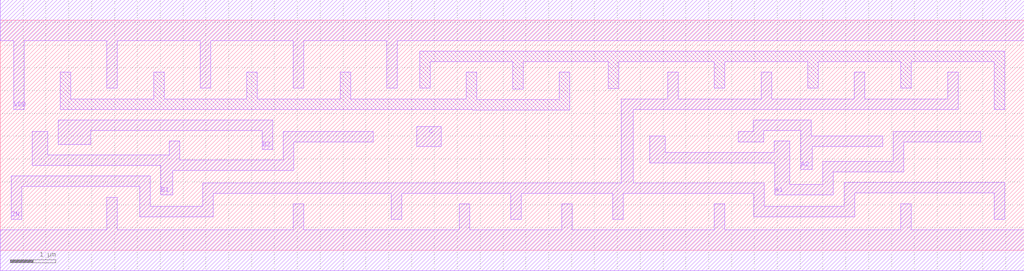
<source format=lef>
# Copyright 2022 GlobalFoundries PDK Authors
#
# Licensed under the Apache License, Version 2.0 (the "License");
# you may not use this file except in compliance with the License.
# You may obtain a copy of the License at
#
#      http://www.apache.org/licenses/LICENSE-2.0
#
# Unless required by applicable law or agreed to in writing, software
# distributed under the License is distributed on an "AS IS" BASIS,
# WITHOUT WARRANTIES OR CONDITIONS OF ANY KIND, either express or implied.
# See the License for the specific language governing permissions and
# limitations under the License.

MACRO gf180mcu_fd_sc_mcu9t5v0__aoi221_4
  CLASS core ;
  FOREIGN gf180mcu_fd_sc_mcu9t5v0__aoi221_4 0.0 0.0 ;
  ORIGIN 0 0 ;
  SYMMETRY X Y ;
  SITE GF018hv5v_green_sc9 ;
  SIZE 22.4 BY 5.04 ;
  PIN A1
    DIRECTION INPUT ;
    ANTENNAGATEAREA 6.504 ;
    PORT
      LAYER METAL1 ;
        POLYGON 14.21 1.91 16.95 1.91 16.95 1.21 18.23 1.21 18.23 1.72 19.77 1.72 19.77 2.37 21.45 2.37 21.45 2.6 19.54 2.6 19.54 1.95 18 1.95 18 1.44 17.27 1.44 17.27 2.4 16.93 2.4 16.93 2.14 14.55 2.14 14.55 2.5 14.21 2.5  ;
    END
  END A1
  PIN A2
    DIRECTION INPUT ;
    ANTENNAGATEAREA 6.504 ;
    PORT
      LAYER METAL1 ;
        POLYGON 16.15 2.37 16.7 2.37 16.7 2.63 17.51 2.63 17.51 1.77 17.77 1.77 17.77 2.27 19.31 2.27 19.31 2.5 17.74 2.5 17.74 2.86 16.47 2.86 16.47 2.6 16.15 2.6  ;
    END
  END A2
  PIN B1
    DIRECTION INPUT ;
    ANTENNAGATEAREA 6.504 ;
    PORT
      LAYER METAL1 ;
        POLYGON 0.7 1.855 3.51 1.855 3.51 1.21 3.77 1.21 3.77 1.755 6.425 1.755 6.425 2.37 8.16 2.37 8.16 2.6 6.195 2.6 6.195 1.985 3.925 1.985 3.925 2.4 3.695 2.4 3.695 2.085 1.04 2.085 1.04 2.6 0.7 2.6  ;
    END
  END B1
  PIN B2
    DIRECTION INPUT ;
    ANTENNAGATEAREA 6.504 ;
    PORT
      LAYER METAL1 ;
        POLYGON 1.27 2.315 1.985 2.315 1.985 2.63 5.735 2.63 5.735 2.215 5.965 2.215 5.965 2.86 1.27 2.86  ;
    END
  END B2
  PIN C
    DIRECTION INPUT ;
    ANTENNAGATEAREA 5.556 ;
    PORT
      LAYER METAL1 ;
        POLYGON 9.11 2.27 9.65 2.27 9.65 2.71 9.11 2.71  ;
    END
  END C
  PIN ZN
    DIRECTION OUTPUT ;
    ANTENNADIFFAREA 8.0645 ;
    PORT
      LAYER METAL1 ;
        POLYGON 0.245 0.68 0.475 0.68 0.475 1.395 3.05 1.395 3.05 0.735 4.66 0.735 4.66 1.25 8.555 1.25 8.555 0.68 8.785 0.68 8.785 1.25 11.165 1.25 11.165 0.68 11.395 0.68 11.395 1.25 13.405 1.25 13.405 0.68 13.635 0.68 13.635 1.25 16.49 1.25 16.49 0.735 18.69 0.735 18.69 1.26 21.745 1.26 21.745 0.68 21.975 0.68 21.975 1.49 18.46 1.49 18.46 0.965 16.72 0.965 16.72 1.48 13.85 1.48 13.85 3.09 20.955 3.09 20.955 3.9 20.725 3.9 20.725 3.32 18.915 3.32 18.915 3.9 18.685 3.9 18.685 3.32 16.875 3.32 16.875 3.9 16.645 3.9 16.645 3.32 14.835 3.32 14.835 3.9 14.605 3.9 14.605 3.32 13.59 3.32 13.59 1.48 4.43 1.48 4.43 0.965 3.28 0.965 3.28 1.625 0.245 1.625  ;
    END
  END ZN
  PIN VDD
    DIRECTION INOUT ;
    USE power ;
    SHAPE ABUTMENT ;
    PORT
      LAYER METAL1 ;
        POLYGON 0 4.59 0.295 4.59 0.295 3.09 0.525 3.09 0.525 4.59 2.335 4.59 2.335 3.55 2.565 3.55 2.565 4.59 4.375 4.59 4.375 3.55 4.605 3.55 4.605 4.59 6.415 4.59 6.415 3.55 6.645 3.55 6.645 4.59 8.455 4.59 8.455 3.55 8.685 3.55 8.685 4.59 21.975 4.59 22.4 4.59 22.4 5.49 21.975 5.49 0 5.49  ;
    END
  END VDD
  PIN VSS
    DIRECTION INOUT ;
    USE ground ;
    SHAPE ABUTMENT ;
    PORT
      LAYER METAL1 ;
        POLYGON 0 -0.45 22.4 -0.45 22.4 0.45 19.935 0.45 19.935 1.02 19.705 1.02 19.705 0.45 15.855 0.45 15.855 1.02 15.625 1.02 15.625 0.45 12.515 0.45 12.515 1.02 12.285 1.02 12.285 0.45 10.275 0.45 10.275 1.02 10.045 1.02 10.045 0.45 6.645 0.45 6.645 1.02 6.415 1.02 6.415 0.45 2.565 0.45 2.565 1.165 2.335 1.165 2.335 0.45 0 0.45  ;
    END
  END VSS
  OBS
      LAYER METAL1 ;
        POLYGON 1.315 3.09 10.34 3.09 10.34 3.075 12.465 3.075 12.465 3.9 12.235 3.9 12.235 3.305 10.425 3.305 10.425 3.9 10.195 3.9 10.195 3.32 7.665 3.32 7.665 3.9 7.435 3.9 7.435 3.32 5.625 3.32 5.625 3.9 5.395 3.9 5.395 3.32 3.585 3.32 3.585 3.9 3.355 3.9 3.355 3.32 1.545 3.32 1.545 3.9 1.315 3.9  ;
        POLYGON 9.175 3.55 9.405 3.55 9.405 4.13 11.215 4.13 11.215 3.535 11.445 3.535 11.445 4.13 13.305 4.13 13.305 3.545 13.535 3.545 13.535 4.13 15.625 4.13 15.625 3.55 15.855 3.55 15.855 4.13 17.665 4.13 17.665 3.55 17.895 3.55 17.895 4.13 19.705 4.13 19.705 3.55 19.935 3.55 19.935 4.13 21.745 4.13 21.745 3.09 21.975 3.09 21.975 4.36 9.175 4.36  ;
  END
END gf180mcu_fd_sc_mcu9t5v0__aoi221_4

</source>
